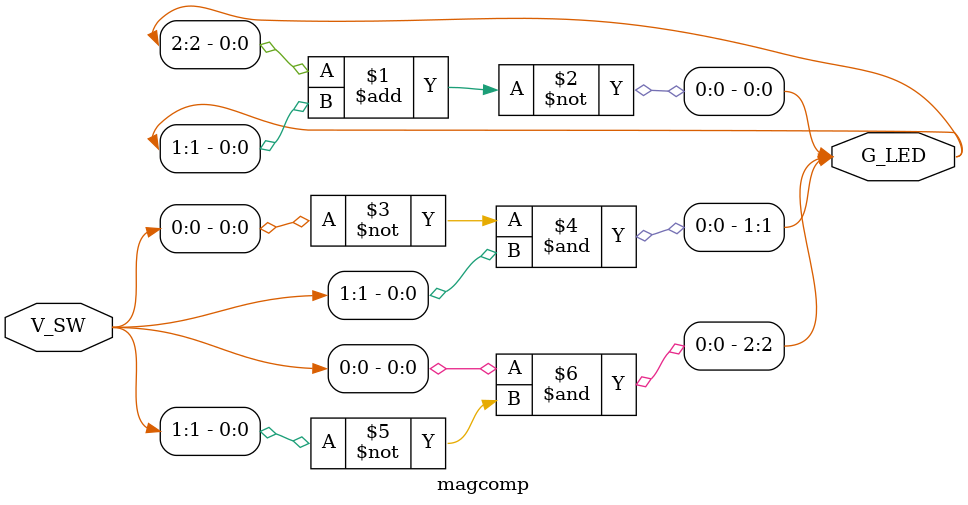
<source format=v>
module magcomp(V_SW,G_LED);
input [0:1] V_SW;
output  [0:2] G_LED;
assign G_LED[0]= ~(G_LED[2]+G_LED[1]); //EQUAL
assign G_LED[1]= ~V_SW[0]&V_SW[1]; //LESSER
assign G_LED[2]=  V_SW[0]&~V_SW[1]; //GREATER
endmodule

</source>
